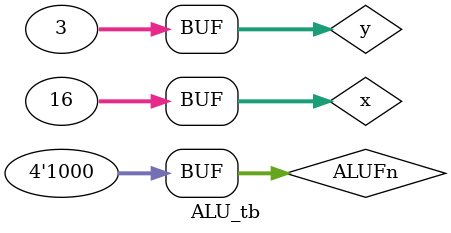
<source format=v>
`timescale 1ns / 1ps

module ALU_tb;

    reg [31:0] x;
    reg [31:0] y;
    reg [3:0] ALUFn;
    wire [31:0] out;
    wire overflow;
    wire zero;
    wire ng;

	ALU alu(.clk(clk),.x(x),.y(y), .out(out), .ALUFn(ALUFn),.zero(zero), .ng(ng),.overflow(overflow));

	initial 
        begin
            //add
            #100 
            ALUFn = 4'b0010;     
            x = 32'h00000001; 
            y = 32'h00000001; 
            //subtract
            #100 
            ALUFn = 4'b0110;     
            x = 32'h00000013; 
            y = 32'h00000002;
            #100 //and
            ALUFn = 4'b0000;     
            x = 1; 
            y = 0;
            #100 //or
            ALUFn = 4'b0001;  
            x = 1; 
            y = 0;    
            #100 //xor
            ALUFn = 4'b0011;     
            x = 32'h00000001; 
            y = 32'h00000000;  
            #100 //shiftleft
            ALUFn = 4'b0100;     
            x = 32'h00000001; 
            y = 32'h00000003; 
            #100 //shiftright
            ALUFn = 6'b1000;     
            x = 32'h00000010; 
            y = 32'h00000003;         
        end
    
endmodule
	
</source>
